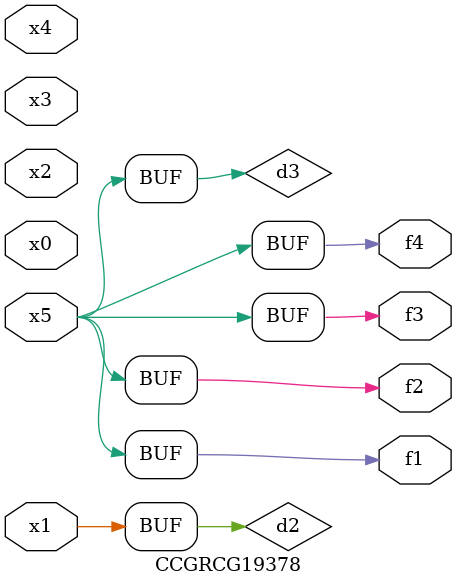
<source format=v>
module CCGRCG19378(
	input x0, x1, x2, x3, x4, x5,
	output f1, f2, f3, f4
);

	wire d1, d2, d3;

	not (d1, x5);
	or (d2, x1);
	xnor (d3, d1);
	assign f1 = d3;
	assign f2 = d3;
	assign f3 = d3;
	assign f4 = d3;
endmodule

</source>
